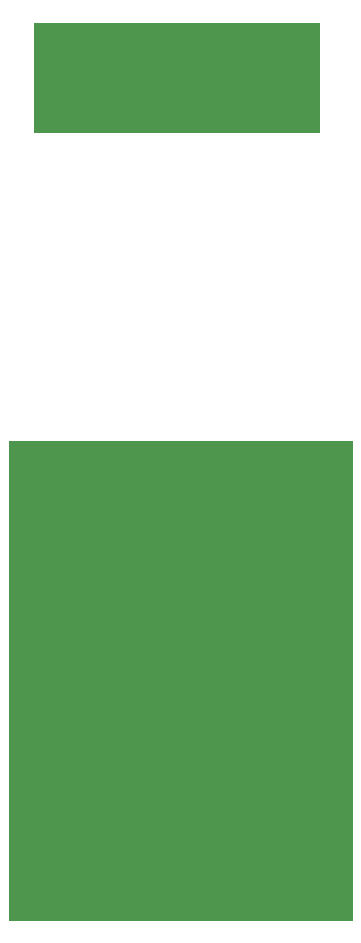
<source format=gko>
G04*
G04 #@! TF.GenerationSoftware,Altium Limited,Altium Designer,20.2.5 (213)*
G04*
G04 Layer_Color=16711935*
%FSLAX25Y25*%
%MOIN*%
G70*
G04*
G04 #@! TF.SameCoordinates,C660A1F6-99E0-4939-AC29-5E4AD158EB90*
G04*
G04*
G04 #@! TF.FilePolarity,Positive*
G04*
G01*
G75*
%ADD61R,0.67000X0.37008*%
%ADD62R,1.14665X1.59941*%
%ADD63R,0.95328X0.36861*%
D61*
X-19210Y64026D02*
D03*
D62*
X-3789Y-136860D02*
D03*
D63*
X-5046Y64100D02*
D03*
M02*

</source>
